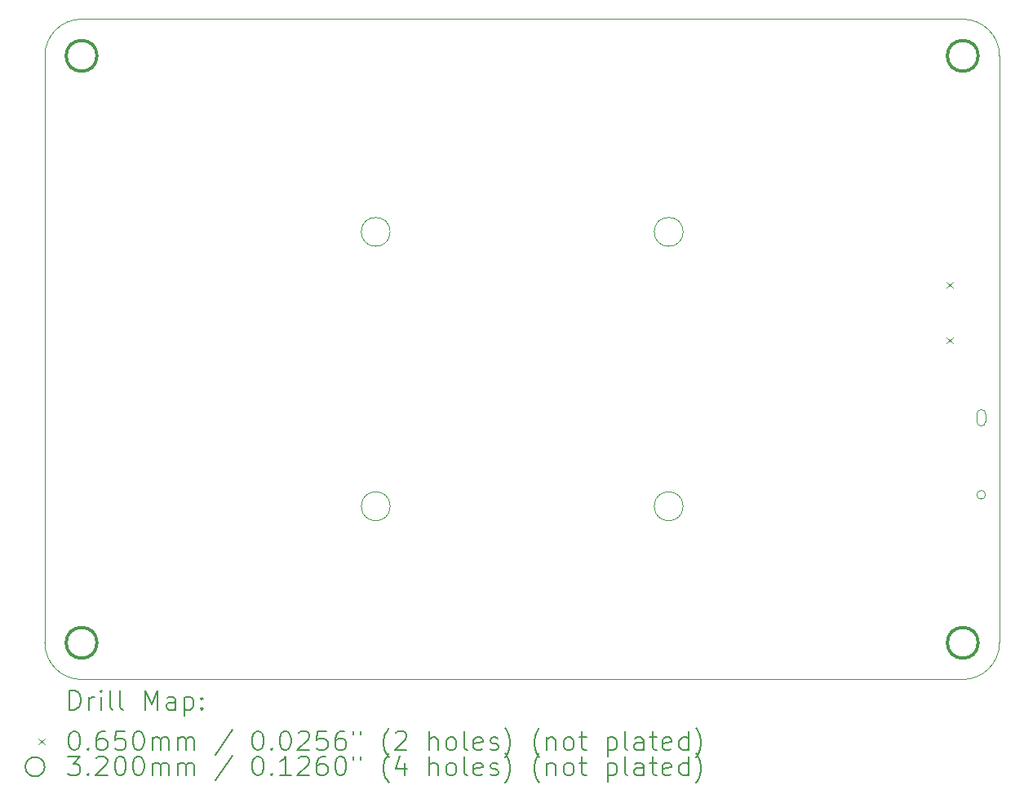
<source format=gbr>
%TF.GenerationSoftware,KiCad,Pcbnew,8.0.0*%
%TF.CreationDate,2024-07-21T16:15:32-03:00*%
%TF.ProjectId,STM32XP,53544d33-3258-4502-9e6b-696361645f70,00*%
%TF.SameCoordinates,Original*%
%TF.FileFunction,Drillmap*%
%TF.FilePolarity,Positive*%
%FSLAX45Y45*%
G04 Gerber Fmt 4.5, Leading zero omitted, Abs format (unit mm)*
G04 Created by KiCad (PCBNEW 8.0.0) date 2024-07-21 16:15:32*
%MOMM*%
%LPD*%
G01*
G04 APERTURE LIST*
%ADD10C,0.050000*%
%ADD11C,0.200000*%
%ADD12C,0.100000*%
%ADD13C,0.320000*%
G04 APERTURE END LIST*
D10*
X10428000Y-13429000D02*
X19572000Y-13429000D01*
X10047000Y-6952000D02*
G75*
G02*
X10428000Y-6571000I381000J0D01*
G01*
X10047000Y-6952000D02*
X10047000Y-13048000D01*
X10428000Y-13429000D02*
G75*
G02*
X10047000Y-13048000I0J381000D01*
G01*
X10428000Y-6571000D02*
X19572000Y-6571000D01*
X19953000Y-13048000D02*
G75*
G02*
X19572000Y-13429000I-381000J0D01*
G01*
X19572000Y-6571000D02*
G75*
G02*
X19953000Y-6952000I0J-381000D01*
G01*
X19953000Y-13048000D02*
X19953000Y-6952000D01*
X19718800Y-10751000D02*
X19718800Y-10671000D01*
X19808800Y-10671000D02*
X19808800Y-10751000D01*
X19718800Y-10671000D02*
G75*
G02*
X19808800Y-10671000I45000J0D01*
G01*
X19808800Y-10751000D02*
G75*
G02*
X19718800Y-10751000I-45000J0D01*
G01*
X19808800Y-11511000D02*
G75*
G02*
X19718800Y-11511000I-45000J0D01*
G01*
X19718800Y-11511000D02*
G75*
G02*
X19808800Y-11511000I45000J0D01*
G01*
X16670000Y-11630000D02*
G75*
G02*
X16370000Y-11630000I-150000J0D01*
G01*
X16370000Y-11630000D02*
G75*
G02*
X16670000Y-11630000I150000J0D01*
G01*
X16670000Y-8780000D02*
G75*
G02*
X16370000Y-8780000I-150000J0D01*
G01*
X16370000Y-8780000D02*
G75*
G02*
X16670000Y-8780000I150000J0D01*
G01*
X13630000Y-11630000D02*
G75*
G02*
X13330000Y-11630000I-150000J0D01*
G01*
X13330000Y-11630000D02*
G75*
G02*
X13630000Y-11630000I150000J0D01*
G01*
X13630000Y-8780000D02*
G75*
G02*
X13330000Y-8780000I-150000J0D01*
G01*
X13330000Y-8780000D02*
G75*
G02*
X13630000Y-8780000I150000J0D01*
G01*
D11*
D12*
X19406000Y-9297500D02*
X19471000Y-9362500D01*
X19471000Y-9297500D02*
X19406000Y-9362500D01*
X19406000Y-9875500D02*
X19471000Y-9940500D01*
X19471000Y-9875500D02*
X19406000Y-9940500D01*
D13*
X10588000Y-6952000D02*
G75*
G02*
X10268000Y-6952000I-160000J0D01*
G01*
X10268000Y-6952000D02*
G75*
G02*
X10588000Y-6952000I160000J0D01*
G01*
X10588000Y-13048000D02*
G75*
G02*
X10268000Y-13048000I-160000J0D01*
G01*
X10268000Y-13048000D02*
G75*
G02*
X10588000Y-13048000I160000J0D01*
G01*
X19732000Y-6952000D02*
G75*
G02*
X19412000Y-6952000I-160000J0D01*
G01*
X19412000Y-6952000D02*
G75*
G02*
X19732000Y-6952000I160000J0D01*
G01*
X19732000Y-13048000D02*
G75*
G02*
X19412000Y-13048000I-160000J0D01*
G01*
X19412000Y-13048000D02*
G75*
G02*
X19732000Y-13048000I160000J0D01*
G01*
D11*
X10305277Y-13742984D02*
X10305277Y-13542984D01*
X10305277Y-13542984D02*
X10352896Y-13542984D01*
X10352896Y-13542984D02*
X10381467Y-13552508D01*
X10381467Y-13552508D02*
X10400515Y-13571555D01*
X10400515Y-13571555D02*
X10410039Y-13590603D01*
X10410039Y-13590603D02*
X10419563Y-13628698D01*
X10419563Y-13628698D02*
X10419563Y-13657269D01*
X10419563Y-13657269D02*
X10410039Y-13695365D01*
X10410039Y-13695365D02*
X10400515Y-13714412D01*
X10400515Y-13714412D02*
X10381467Y-13733460D01*
X10381467Y-13733460D02*
X10352896Y-13742984D01*
X10352896Y-13742984D02*
X10305277Y-13742984D01*
X10505277Y-13742984D02*
X10505277Y-13609650D01*
X10505277Y-13647746D02*
X10514801Y-13628698D01*
X10514801Y-13628698D02*
X10524324Y-13619174D01*
X10524324Y-13619174D02*
X10543372Y-13609650D01*
X10543372Y-13609650D02*
X10562420Y-13609650D01*
X10629086Y-13742984D02*
X10629086Y-13609650D01*
X10629086Y-13542984D02*
X10619563Y-13552508D01*
X10619563Y-13552508D02*
X10629086Y-13562031D01*
X10629086Y-13562031D02*
X10638610Y-13552508D01*
X10638610Y-13552508D02*
X10629086Y-13542984D01*
X10629086Y-13542984D02*
X10629086Y-13562031D01*
X10752896Y-13742984D02*
X10733848Y-13733460D01*
X10733848Y-13733460D02*
X10724324Y-13714412D01*
X10724324Y-13714412D02*
X10724324Y-13542984D01*
X10857658Y-13742984D02*
X10838610Y-13733460D01*
X10838610Y-13733460D02*
X10829086Y-13714412D01*
X10829086Y-13714412D02*
X10829086Y-13542984D01*
X11086229Y-13742984D02*
X11086229Y-13542984D01*
X11086229Y-13542984D02*
X11152896Y-13685841D01*
X11152896Y-13685841D02*
X11219562Y-13542984D01*
X11219562Y-13542984D02*
X11219562Y-13742984D01*
X11400515Y-13742984D02*
X11400515Y-13638222D01*
X11400515Y-13638222D02*
X11390991Y-13619174D01*
X11390991Y-13619174D02*
X11371943Y-13609650D01*
X11371943Y-13609650D02*
X11333848Y-13609650D01*
X11333848Y-13609650D02*
X11314801Y-13619174D01*
X11400515Y-13733460D02*
X11381467Y-13742984D01*
X11381467Y-13742984D02*
X11333848Y-13742984D01*
X11333848Y-13742984D02*
X11314801Y-13733460D01*
X11314801Y-13733460D02*
X11305277Y-13714412D01*
X11305277Y-13714412D02*
X11305277Y-13695365D01*
X11305277Y-13695365D02*
X11314801Y-13676317D01*
X11314801Y-13676317D02*
X11333848Y-13666793D01*
X11333848Y-13666793D02*
X11381467Y-13666793D01*
X11381467Y-13666793D02*
X11400515Y-13657269D01*
X11495753Y-13609650D02*
X11495753Y-13809650D01*
X11495753Y-13619174D02*
X11514801Y-13609650D01*
X11514801Y-13609650D02*
X11552896Y-13609650D01*
X11552896Y-13609650D02*
X11571943Y-13619174D01*
X11571943Y-13619174D02*
X11581467Y-13628698D01*
X11581467Y-13628698D02*
X11590991Y-13647746D01*
X11590991Y-13647746D02*
X11590991Y-13704888D01*
X11590991Y-13704888D02*
X11581467Y-13723936D01*
X11581467Y-13723936D02*
X11571943Y-13733460D01*
X11571943Y-13733460D02*
X11552896Y-13742984D01*
X11552896Y-13742984D02*
X11514801Y-13742984D01*
X11514801Y-13742984D02*
X11495753Y-13733460D01*
X11676705Y-13723936D02*
X11686229Y-13733460D01*
X11686229Y-13733460D02*
X11676705Y-13742984D01*
X11676705Y-13742984D02*
X11667182Y-13733460D01*
X11667182Y-13733460D02*
X11676705Y-13723936D01*
X11676705Y-13723936D02*
X11676705Y-13742984D01*
X11676705Y-13619174D02*
X11686229Y-13628698D01*
X11686229Y-13628698D02*
X11676705Y-13638222D01*
X11676705Y-13638222D02*
X11667182Y-13628698D01*
X11667182Y-13628698D02*
X11676705Y-13619174D01*
X11676705Y-13619174D02*
X11676705Y-13638222D01*
D12*
X9979500Y-14039000D02*
X10044500Y-14104000D01*
X10044500Y-14039000D02*
X9979500Y-14104000D01*
D11*
X10343372Y-13962984D02*
X10362420Y-13962984D01*
X10362420Y-13962984D02*
X10381467Y-13972508D01*
X10381467Y-13972508D02*
X10390991Y-13982031D01*
X10390991Y-13982031D02*
X10400515Y-14001079D01*
X10400515Y-14001079D02*
X10410039Y-14039174D01*
X10410039Y-14039174D02*
X10410039Y-14086793D01*
X10410039Y-14086793D02*
X10400515Y-14124888D01*
X10400515Y-14124888D02*
X10390991Y-14143936D01*
X10390991Y-14143936D02*
X10381467Y-14153460D01*
X10381467Y-14153460D02*
X10362420Y-14162984D01*
X10362420Y-14162984D02*
X10343372Y-14162984D01*
X10343372Y-14162984D02*
X10324324Y-14153460D01*
X10324324Y-14153460D02*
X10314801Y-14143936D01*
X10314801Y-14143936D02*
X10305277Y-14124888D01*
X10305277Y-14124888D02*
X10295753Y-14086793D01*
X10295753Y-14086793D02*
X10295753Y-14039174D01*
X10295753Y-14039174D02*
X10305277Y-14001079D01*
X10305277Y-14001079D02*
X10314801Y-13982031D01*
X10314801Y-13982031D02*
X10324324Y-13972508D01*
X10324324Y-13972508D02*
X10343372Y-13962984D01*
X10495753Y-14143936D02*
X10505277Y-14153460D01*
X10505277Y-14153460D02*
X10495753Y-14162984D01*
X10495753Y-14162984D02*
X10486229Y-14153460D01*
X10486229Y-14153460D02*
X10495753Y-14143936D01*
X10495753Y-14143936D02*
X10495753Y-14162984D01*
X10676705Y-13962984D02*
X10638610Y-13962984D01*
X10638610Y-13962984D02*
X10619563Y-13972508D01*
X10619563Y-13972508D02*
X10610039Y-13982031D01*
X10610039Y-13982031D02*
X10590991Y-14010603D01*
X10590991Y-14010603D02*
X10581467Y-14048698D01*
X10581467Y-14048698D02*
X10581467Y-14124888D01*
X10581467Y-14124888D02*
X10590991Y-14143936D01*
X10590991Y-14143936D02*
X10600515Y-14153460D01*
X10600515Y-14153460D02*
X10619563Y-14162984D01*
X10619563Y-14162984D02*
X10657658Y-14162984D01*
X10657658Y-14162984D02*
X10676705Y-14153460D01*
X10676705Y-14153460D02*
X10686229Y-14143936D01*
X10686229Y-14143936D02*
X10695753Y-14124888D01*
X10695753Y-14124888D02*
X10695753Y-14077269D01*
X10695753Y-14077269D02*
X10686229Y-14058222D01*
X10686229Y-14058222D02*
X10676705Y-14048698D01*
X10676705Y-14048698D02*
X10657658Y-14039174D01*
X10657658Y-14039174D02*
X10619563Y-14039174D01*
X10619563Y-14039174D02*
X10600515Y-14048698D01*
X10600515Y-14048698D02*
X10590991Y-14058222D01*
X10590991Y-14058222D02*
X10581467Y-14077269D01*
X10876705Y-13962984D02*
X10781467Y-13962984D01*
X10781467Y-13962984D02*
X10771944Y-14058222D01*
X10771944Y-14058222D02*
X10781467Y-14048698D01*
X10781467Y-14048698D02*
X10800515Y-14039174D01*
X10800515Y-14039174D02*
X10848134Y-14039174D01*
X10848134Y-14039174D02*
X10867182Y-14048698D01*
X10867182Y-14048698D02*
X10876705Y-14058222D01*
X10876705Y-14058222D02*
X10886229Y-14077269D01*
X10886229Y-14077269D02*
X10886229Y-14124888D01*
X10886229Y-14124888D02*
X10876705Y-14143936D01*
X10876705Y-14143936D02*
X10867182Y-14153460D01*
X10867182Y-14153460D02*
X10848134Y-14162984D01*
X10848134Y-14162984D02*
X10800515Y-14162984D01*
X10800515Y-14162984D02*
X10781467Y-14153460D01*
X10781467Y-14153460D02*
X10771944Y-14143936D01*
X11010039Y-13962984D02*
X11029086Y-13962984D01*
X11029086Y-13962984D02*
X11048134Y-13972508D01*
X11048134Y-13972508D02*
X11057658Y-13982031D01*
X11057658Y-13982031D02*
X11067182Y-14001079D01*
X11067182Y-14001079D02*
X11076705Y-14039174D01*
X11076705Y-14039174D02*
X11076705Y-14086793D01*
X11076705Y-14086793D02*
X11067182Y-14124888D01*
X11067182Y-14124888D02*
X11057658Y-14143936D01*
X11057658Y-14143936D02*
X11048134Y-14153460D01*
X11048134Y-14153460D02*
X11029086Y-14162984D01*
X11029086Y-14162984D02*
X11010039Y-14162984D01*
X11010039Y-14162984D02*
X10990991Y-14153460D01*
X10990991Y-14153460D02*
X10981467Y-14143936D01*
X10981467Y-14143936D02*
X10971944Y-14124888D01*
X10971944Y-14124888D02*
X10962420Y-14086793D01*
X10962420Y-14086793D02*
X10962420Y-14039174D01*
X10962420Y-14039174D02*
X10971944Y-14001079D01*
X10971944Y-14001079D02*
X10981467Y-13982031D01*
X10981467Y-13982031D02*
X10990991Y-13972508D01*
X10990991Y-13972508D02*
X11010039Y-13962984D01*
X11162420Y-14162984D02*
X11162420Y-14029650D01*
X11162420Y-14048698D02*
X11171944Y-14039174D01*
X11171944Y-14039174D02*
X11190991Y-14029650D01*
X11190991Y-14029650D02*
X11219563Y-14029650D01*
X11219563Y-14029650D02*
X11238610Y-14039174D01*
X11238610Y-14039174D02*
X11248134Y-14058222D01*
X11248134Y-14058222D02*
X11248134Y-14162984D01*
X11248134Y-14058222D02*
X11257658Y-14039174D01*
X11257658Y-14039174D02*
X11276705Y-14029650D01*
X11276705Y-14029650D02*
X11305277Y-14029650D01*
X11305277Y-14029650D02*
X11324324Y-14039174D01*
X11324324Y-14039174D02*
X11333848Y-14058222D01*
X11333848Y-14058222D02*
X11333848Y-14162984D01*
X11429086Y-14162984D02*
X11429086Y-14029650D01*
X11429086Y-14048698D02*
X11438610Y-14039174D01*
X11438610Y-14039174D02*
X11457658Y-14029650D01*
X11457658Y-14029650D02*
X11486229Y-14029650D01*
X11486229Y-14029650D02*
X11505277Y-14039174D01*
X11505277Y-14039174D02*
X11514801Y-14058222D01*
X11514801Y-14058222D02*
X11514801Y-14162984D01*
X11514801Y-14058222D02*
X11524324Y-14039174D01*
X11524324Y-14039174D02*
X11543372Y-14029650D01*
X11543372Y-14029650D02*
X11571943Y-14029650D01*
X11571943Y-14029650D02*
X11590991Y-14039174D01*
X11590991Y-14039174D02*
X11600515Y-14058222D01*
X11600515Y-14058222D02*
X11600515Y-14162984D01*
X11990991Y-13953460D02*
X11819563Y-14210603D01*
X12248134Y-13962984D02*
X12267182Y-13962984D01*
X12267182Y-13962984D02*
X12286229Y-13972508D01*
X12286229Y-13972508D02*
X12295753Y-13982031D01*
X12295753Y-13982031D02*
X12305277Y-14001079D01*
X12305277Y-14001079D02*
X12314801Y-14039174D01*
X12314801Y-14039174D02*
X12314801Y-14086793D01*
X12314801Y-14086793D02*
X12305277Y-14124888D01*
X12305277Y-14124888D02*
X12295753Y-14143936D01*
X12295753Y-14143936D02*
X12286229Y-14153460D01*
X12286229Y-14153460D02*
X12267182Y-14162984D01*
X12267182Y-14162984D02*
X12248134Y-14162984D01*
X12248134Y-14162984D02*
X12229086Y-14153460D01*
X12229086Y-14153460D02*
X12219563Y-14143936D01*
X12219563Y-14143936D02*
X12210039Y-14124888D01*
X12210039Y-14124888D02*
X12200515Y-14086793D01*
X12200515Y-14086793D02*
X12200515Y-14039174D01*
X12200515Y-14039174D02*
X12210039Y-14001079D01*
X12210039Y-14001079D02*
X12219563Y-13982031D01*
X12219563Y-13982031D02*
X12229086Y-13972508D01*
X12229086Y-13972508D02*
X12248134Y-13962984D01*
X12400515Y-14143936D02*
X12410039Y-14153460D01*
X12410039Y-14153460D02*
X12400515Y-14162984D01*
X12400515Y-14162984D02*
X12390991Y-14153460D01*
X12390991Y-14153460D02*
X12400515Y-14143936D01*
X12400515Y-14143936D02*
X12400515Y-14162984D01*
X12533848Y-13962984D02*
X12552896Y-13962984D01*
X12552896Y-13962984D02*
X12571944Y-13972508D01*
X12571944Y-13972508D02*
X12581467Y-13982031D01*
X12581467Y-13982031D02*
X12590991Y-14001079D01*
X12590991Y-14001079D02*
X12600515Y-14039174D01*
X12600515Y-14039174D02*
X12600515Y-14086793D01*
X12600515Y-14086793D02*
X12590991Y-14124888D01*
X12590991Y-14124888D02*
X12581467Y-14143936D01*
X12581467Y-14143936D02*
X12571944Y-14153460D01*
X12571944Y-14153460D02*
X12552896Y-14162984D01*
X12552896Y-14162984D02*
X12533848Y-14162984D01*
X12533848Y-14162984D02*
X12514801Y-14153460D01*
X12514801Y-14153460D02*
X12505277Y-14143936D01*
X12505277Y-14143936D02*
X12495753Y-14124888D01*
X12495753Y-14124888D02*
X12486229Y-14086793D01*
X12486229Y-14086793D02*
X12486229Y-14039174D01*
X12486229Y-14039174D02*
X12495753Y-14001079D01*
X12495753Y-14001079D02*
X12505277Y-13982031D01*
X12505277Y-13982031D02*
X12514801Y-13972508D01*
X12514801Y-13972508D02*
X12533848Y-13962984D01*
X12676706Y-13982031D02*
X12686229Y-13972508D01*
X12686229Y-13972508D02*
X12705277Y-13962984D01*
X12705277Y-13962984D02*
X12752896Y-13962984D01*
X12752896Y-13962984D02*
X12771944Y-13972508D01*
X12771944Y-13972508D02*
X12781467Y-13982031D01*
X12781467Y-13982031D02*
X12790991Y-14001079D01*
X12790991Y-14001079D02*
X12790991Y-14020127D01*
X12790991Y-14020127D02*
X12781467Y-14048698D01*
X12781467Y-14048698D02*
X12667182Y-14162984D01*
X12667182Y-14162984D02*
X12790991Y-14162984D01*
X12971944Y-13962984D02*
X12876706Y-13962984D01*
X12876706Y-13962984D02*
X12867182Y-14058222D01*
X12867182Y-14058222D02*
X12876706Y-14048698D01*
X12876706Y-14048698D02*
X12895753Y-14039174D01*
X12895753Y-14039174D02*
X12943372Y-14039174D01*
X12943372Y-14039174D02*
X12962420Y-14048698D01*
X12962420Y-14048698D02*
X12971944Y-14058222D01*
X12971944Y-14058222D02*
X12981467Y-14077269D01*
X12981467Y-14077269D02*
X12981467Y-14124888D01*
X12981467Y-14124888D02*
X12971944Y-14143936D01*
X12971944Y-14143936D02*
X12962420Y-14153460D01*
X12962420Y-14153460D02*
X12943372Y-14162984D01*
X12943372Y-14162984D02*
X12895753Y-14162984D01*
X12895753Y-14162984D02*
X12876706Y-14153460D01*
X12876706Y-14153460D02*
X12867182Y-14143936D01*
X13152896Y-13962984D02*
X13114801Y-13962984D01*
X13114801Y-13962984D02*
X13095753Y-13972508D01*
X13095753Y-13972508D02*
X13086229Y-13982031D01*
X13086229Y-13982031D02*
X13067182Y-14010603D01*
X13067182Y-14010603D02*
X13057658Y-14048698D01*
X13057658Y-14048698D02*
X13057658Y-14124888D01*
X13057658Y-14124888D02*
X13067182Y-14143936D01*
X13067182Y-14143936D02*
X13076706Y-14153460D01*
X13076706Y-14153460D02*
X13095753Y-14162984D01*
X13095753Y-14162984D02*
X13133848Y-14162984D01*
X13133848Y-14162984D02*
X13152896Y-14153460D01*
X13152896Y-14153460D02*
X13162420Y-14143936D01*
X13162420Y-14143936D02*
X13171944Y-14124888D01*
X13171944Y-14124888D02*
X13171944Y-14077269D01*
X13171944Y-14077269D02*
X13162420Y-14058222D01*
X13162420Y-14058222D02*
X13152896Y-14048698D01*
X13152896Y-14048698D02*
X13133848Y-14039174D01*
X13133848Y-14039174D02*
X13095753Y-14039174D01*
X13095753Y-14039174D02*
X13076706Y-14048698D01*
X13076706Y-14048698D02*
X13067182Y-14058222D01*
X13067182Y-14058222D02*
X13057658Y-14077269D01*
X13248134Y-13962984D02*
X13248134Y-14001079D01*
X13324325Y-13962984D02*
X13324325Y-14001079D01*
X13619563Y-14239174D02*
X13610039Y-14229650D01*
X13610039Y-14229650D02*
X13590991Y-14201079D01*
X13590991Y-14201079D02*
X13581468Y-14182031D01*
X13581468Y-14182031D02*
X13571944Y-14153460D01*
X13571944Y-14153460D02*
X13562420Y-14105841D01*
X13562420Y-14105841D02*
X13562420Y-14067746D01*
X13562420Y-14067746D02*
X13571944Y-14020127D01*
X13571944Y-14020127D02*
X13581468Y-13991555D01*
X13581468Y-13991555D02*
X13590991Y-13972508D01*
X13590991Y-13972508D02*
X13610039Y-13943936D01*
X13610039Y-13943936D02*
X13619563Y-13934412D01*
X13686229Y-13982031D02*
X13695753Y-13972508D01*
X13695753Y-13972508D02*
X13714801Y-13962984D01*
X13714801Y-13962984D02*
X13762420Y-13962984D01*
X13762420Y-13962984D02*
X13781468Y-13972508D01*
X13781468Y-13972508D02*
X13790991Y-13982031D01*
X13790991Y-13982031D02*
X13800515Y-14001079D01*
X13800515Y-14001079D02*
X13800515Y-14020127D01*
X13800515Y-14020127D02*
X13790991Y-14048698D01*
X13790991Y-14048698D02*
X13676706Y-14162984D01*
X13676706Y-14162984D02*
X13800515Y-14162984D01*
X14038610Y-14162984D02*
X14038610Y-13962984D01*
X14124325Y-14162984D02*
X14124325Y-14058222D01*
X14124325Y-14058222D02*
X14114801Y-14039174D01*
X14114801Y-14039174D02*
X14095753Y-14029650D01*
X14095753Y-14029650D02*
X14067182Y-14029650D01*
X14067182Y-14029650D02*
X14048134Y-14039174D01*
X14048134Y-14039174D02*
X14038610Y-14048698D01*
X14248134Y-14162984D02*
X14229087Y-14153460D01*
X14229087Y-14153460D02*
X14219563Y-14143936D01*
X14219563Y-14143936D02*
X14210039Y-14124888D01*
X14210039Y-14124888D02*
X14210039Y-14067746D01*
X14210039Y-14067746D02*
X14219563Y-14048698D01*
X14219563Y-14048698D02*
X14229087Y-14039174D01*
X14229087Y-14039174D02*
X14248134Y-14029650D01*
X14248134Y-14029650D02*
X14276706Y-14029650D01*
X14276706Y-14029650D02*
X14295753Y-14039174D01*
X14295753Y-14039174D02*
X14305277Y-14048698D01*
X14305277Y-14048698D02*
X14314801Y-14067746D01*
X14314801Y-14067746D02*
X14314801Y-14124888D01*
X14314801Y-14124888D02*
X14305277Y-14143936D01*
X14305277Y-14143936D02*
X14295753Y-14153460D01*
X14295753Y-14153460D02*
X14276706Y-14162984D01*
X14276706Y-14162984D02*
X14248134Y-14162984D01*
X14429087Y-14162984D02*
X14410039Y-14153460D01*
X14410039Y-14153460D02*
X14400515Y-14134412D01*
X14400515Y-14134412D02*
X14400515Y-13962984D01*
X14581468Y-14153460D02*
X14562420Y-14162984D01*
X14562420Y-14162984D02*
X14524325Y-14162984D01*
X14524325Y-14162984D02*
X14505277Y-14153460D01*
X14505277Y-14153460D02*
X14495753Y-14134412D01*
X14495753Y-14134412D02*
X14495753Y-14058222D01*
X14495753Y-14058222D02*
X14505277Y-14039174D01*
X14505277Y-14039174D02*
X14524325Y-14029650D01*
X14524325Y-14029650D02*
X14562420Y-14029650D01*
X14562420Y-14029650D02*
X14581468Y-14039174D01*
X14581468Y-14039174D02*
X14590991Y-14058222D01*
X14590991Y-14058222D02*
X14590991Y-14077269D01*
X14590991Y-14077269D02*
X14495753Y-14096317D01*
X14667182Y-14153460D02*
X14686230Y-14162984D01*
X14686230Y-14162984D02*
X14724325Y-14162984D01*
X14724325Y-14162984D02*
X14743372Y-14153460D01*
X14743372Y-14153460D02*
X14752896Y-14134412D01*
X14752896Y-14134412D02*
X14752896Y-14124888D01*
X14752896Y-14124888D02*
X14743372Y-14105841D01*
X14743372Y-14105841D02*
X14724325Y-14096317D01*
X14724325Y-14096317D02*
X14695753Y-14096317D01*
X14695753Y-14096317D02*
X14676706Y-14086793D01*
X14676706Y-14086793D02*
X14667182Y-14067746D01*
X14667182Y-14067746D02*
X14667182Y-14058222D01*
X14667182Y-14058222D02*
X14676706Y-14039174D01*
X14676706Y-14039174D02*
X14695753Y-14029650D01*
X14695753Y-14029650D02*
X14724325Y-14029650D01*
X14724325Y-14029650D02*
X14743372Y-14039174D01*
X14819563Y-14239174D02*
X14829087Y-14229650D01*
X14829087Y-14229650D02*
X14848134Y-14201079D01*
X14848134Y-14201079D02*
X14857658Y-14182031D01*
X14857658Y-14182031D02*
X14867182Y-14153460D01*
X14867182Y-14153460D02*
X14876706Y-14105841D01*
X14876706Y-14105841D02*
X14876706Y-14067746D01*
X14876706Y-14067746D02*
X14867182Y-14020127D01*
X14867182Y-14020127D02*
X14857658Y-13991555D01*
X14857658Y-13991555D02*
X14848134Y-13972508D01*
X14848134Y-13972508D02*
X14829087Y-13943936D01*
X14829087Y-13943936D02*
X14819563Y-13934412D01*
X15181468Y-14239174D02*
X15171944Y-14229650D01*
X15171944Y-14229650D02*
X15152896Y-14201079D01*
X15152896Y-14201079D02*
X15143372Y-14182031D01*
X15143372Y-14182031D02*
X15133849Y-14153460D01*
X15133849Y-14153460D02*
X15124325Y-14105841D01*
X15124325Y-14105841D02*
X15124325Y-14067746D01*
X15124325Y-14067746D02*
X15133849Y-14020127D01*
X15133849Y-14020127D02*
X15143372Y-13991555D01*
X15143372Y-13991555D02*
X15152896Y-13972508D01*
X15152896Y-13972508D02*
X15171944Y-13943936D01*
X15171944Y-13943936D02*
X15181468Y-13934412D01*
X15257658Y-14029650D02*
X15257658Y-14162984D01*
X15257658Y-14048698D02*
X15267182Y-14039174D01*
X15267182Y-14039174D02*
X15286230Y-14029650D01*
X15286230Y-14029650D02*
X15314801Y-14029650D01*
X15314801Y-14029650D02*
X15333849Y-14039174D01*
X15333849Y-14039174D02*
X15343372Y-14058222D01*
X15343372Y-14058222D02*
X15343372Y-14162984D01*
X15467182Y-14162984D02*
X15448134Y-14153460D01*
X15448134Y-14153460D02*
X15438611Y-14143936D01*
X15438611Y-14143936D02*
X15429087Y-14124888D01*
X15429087Y-14124888D02*
X15429087Y-14067746D01*
X15429087Y-14067746D02*
X15438611Y-14048698D01*
X15438611Y-14048698D02*
X15448134Y-14039174D01*
X15448134Y-14039174D02*
X15467182Y-14029650D01*
X15467182Y-14029650D02*
X15495753Y-14029650D01*
X15495753Y-14029650D02*
X15514801Y-14039174D01*
X15514801Y-14039174D02*
X15524325Y-14048698D01*
X15524325Y-14048698D02*
X15533849Y-14067746D01*
X15533849Y-14067746D02*
X15533849Y-14124888D01*
X15533849Y-14124888D02*
X15524325Y-14143936D01*
X15524325Y-14143936D02*
X15514801Y-14153460D01*
X15514801Y-14153460D02*
X15495753Y-14162984D01*
X15495753Y-14162984D02*
X15467182Y-14162984D01*
X15590992Y-14029650D02*
X15667182Y-14029650D01*
X15619563Y-13962984D02*
X15619563Y-14134412D01*
X15619563Y-14134412D02*
X15629087Y-14153460D01*
X15629087Y-14153460D02*
X15648134Y-14162984D01*
X15648134Y-14162984D02*
X15667182Y-14162984D01*
X15886230Y-14029650D02*
X15886230Y-14229650D01*
X15886230Y-14039174D02*
X15905277Y-14029650D01*
X15905277Y-14029650D02*
X15943373Y-14029650D01*
X15943373Y-14029650D02*
X15962420Y-14039174D01*
X15962420Y-14039174D02*
X15971944Y-14048698D01*
X15971944Y-14048698D02*
X15981468Y-14067746D01*
X15981468Y-14067746D02*
X15981468Y-14124888D01*
X15981468Y-14124888D02*
X15971944Y-14143936D01*
X15971944Y-14143936D02*
X15962420Y-14153460D01*
X15962420Y-14153460D02*
X15943373Y-14162984D01*
X15943373Y-14162984D02*
X15905277Y-14162984D01*
X15905277Y-14162984D02*
X15886230Y-14153460D01*
X16095753Y-14162984D02*
X16076706Y-14153460D01*
X16076706Y-14153460D02*
X16067182Y-14134412D01*
X16067182Y-14134412D02*
X16067182Y-13962984D01*
X16257658Y-14162984D02*
X16257658Y-14058222D01*
X16257658Y-14058222D02*
X16248134Y-14039174D01*
X16248134Y-14039174D02*
X16229087Y-14029650D01*
X16229087Y-14029650D02*
X16190992Y-14029650D01*
X16190992Y-14029650D02*
X16171944Y-14039174D01*
X16257658Y-14153460D02*
X16238611Y-14162984D01*
X16238611Y-14162984D02*
X16190992Y-14162984D01*
X16190992Y-14162984D02*
X16171944Y-14153460D01*
X16171944Y-14153460D02*
X16162420Y-14134412D01*
X16162420Y-14134412D02*
X16162420Y-14115365D01*
X16162420Y-14115365D02*
X16171944Y-14096317D01*
X16171944Y-14096317D02*
X16190992Y-14086793D01*
X16190992Y-14086793D02*
X16238611Y-14086793D01*
X16238611Y-14086793D02*
X16257658Y-14077269D01*
X16324325Y-14029650D02*
X16400515Y-14029650D01*
X16352896Y-13962984D02*
X16352896Y-14134412D01*
X16352896Y-14134412D02*
X16362420Y-14153460D01*
X16362420Y-14153460D02*
X16381468Y-14162984D01*
X16381468Y-14162984D02*
X16400515Y-14162984D01*
X16543373Y-14153460D02*
X16524325Y-14162984D01*
X16524325Y-14162984D02*
X16486230Y-14162984D01*
X16486230Y-14162984D02*
X16467182Y-14153460D01*
X16467182Y-14153460D02*
X16457658Y-14134412D01*
X16457658Y-14134412D02*
X16457658Y-14058222D01*
X16457658Y-14058222D02*
X16467182Y-14039174D01*
X16467182Y-14039174D02*
X16486230Y-14029650D01*
X16486230Y-14029650D02*
X16524325Y-14029650D01*
X16524325Y-14029650D02*
X16543373Y-14039174D01*
X16543373Y-14039174D02*
X16552896Y-14058222D01*
X16552896Y-14058222D02*
X16552896Y-14077269D01*
X16552896Y-14077269D02*
X16457658Y-14096317D01*
X16724325Y-14162984D02*
X16724325Y-13962984D01*
X16724325Y-14153460D02*
X16705277Y-14162984D01*
X16705277Y-14162984D02*
X16667182Y-14162984D01*
X16667182Y-14162984D02*
X16648134Y-14153460D01*
X16648134Y-14153460D02*
X16638611Y-14143936D01*
X16638611Y-14143936D02*
X16629087Y-14124888D01*
X16629087Y-14124888D02*
X16629087Y-14067746D01*
X16629087Y-14067746D02*
X16638611Y-14048698D01*
X16638611Y-14048698D02*
X16648134Y-14039174D01*
X16648134Y-14039174D02*
X16667182Y-14029650D01*
X16667182Y-14029650D02*
X16705277Y-14029650D01*
X16705277Y-14029650D02*
X16724325Y-14039174D01*
X16800516Y-14239174D02*
X16810039Y-14229650D01*
X16810039Y-14229650D02*
X16829087Y-14201079D01*
X16829087Y-14201079D02*
X16838611Y-14182031D01*
X16838611Y-14182031D02*
X16848135Y-14153460D01*
X16848135Y-14153460D02*
X16857658Y-14105841D01*
X16857658Y-14105841D02*
X16857658Y-14067746D01*
X16857658Y-14067746D02*
X16848135Y-14020127D01*
X16848135Y-14020127D02*
X16838611Y-13991555D01*
X16838611Y-13991555D02*
X16829087Y-13972508D01*
X16829087Y-13972508D02*
X16810039Y-13943936D01*
X16810039Y-13943936D02*
X16800516Y-13934412D01*
X10044500Y-14335500D02*
G75*
G02*
X9844500Y-14335500I-100000J0D01*
G01*
X9844500Y-14335500D02*
G75*
G02*
X10044500Y-14335500I100000J0D01*
G01*
X10286229Y-14226984D02*
X10410039Y-14226984D01*
X10410039Y-14226984D02*
X10343372Y-14303174D01*
X10343372Y-14303174D02*
X10371944Y-14303174D01*
X10371944Y-14303174D02*
X10390991Y-14312698D01*
X10390991Y-14312698D02*
X10400515Y-14322222D01*
X10400515Y-14322222D02*
X10410039Y-14341269D01*
X10410039Y-14341269D02*
X10410039Y-14388888D01*
X10410039Y-14388888D02*
X10400515Y-14407936D01*
X10400515Y-14407936D02*
X10390991Y-14417460D01*
X10390991Y-14417460D02*
X10371944Y-14426984D01*
X10371944Y-14426984D02*
X10314801Y-14426984D01*
X10314801Y-14426984D02*
X10295753Y-14417460D01*
X10295753Y-14417460D02*
X10286229Y-14407936D01*
X10495753Y-14407936D02*
X10505277Y-14417460D01*
X10505277Y-14417460D02*
X10495753Y-14426984D01*
X10495753Y-14426984D02*
X10486229Y-14417460D01*
X10486229Y-14417460D02*
X10495753Y-14407936D01*
X10495753Y-14407936D02*
X10495753Y-14426984D01*
X10581467Y-14246031D02*
X10590991Y-14236508D01*
X10590991Y-14236508D02*
X10610039Y-14226984D01*
X10610039Y-14226984D02*
X10657658Y-14226984D01*
X10657658Y-14226984D02*
X10676705Y-14236508D01*
X10676705Y-14236508D02*
X10686229Y-14246031D01*
X10686229Y-14246031D02*
X10695753Y-14265079D01*
X10695753Y-14265079D02*
X10695753Y-14284127D01*
X10695753Y-14284127D02*
X10686229Y-14312698D01*
X10686229Y-14312698D02*
X10571944Y-14426984D01*
X10571944Y-14426984D02*
X10695753Y-14426984D01*
X10819563Y-14226984D02*
X10838610Y-14226984D01*
X10838610Y-14226984D02*
X10857658Y-14236508D01*
X10857658Y-14236508D02*
X10867182Y-14246031D01*
X10867182Y-14246031D02*
X10876705Y-14265079D01*
X10876705Y-14265079D02*
X10886229Y-14303174D01*
X10886229Y-14303174D02*
X10886229Y-14350793D01*
X10886229Y-14350793D02*
X10876705Y-14388888D01*
X10876705Y-14388888D02*
X10867182Y-14407936D01*
X10867182Y-14407936D02*
X10857658Y-14417460D01*
X10857658Y-14417460D02*
X10838610Y-14426984D01*
X10838610Y-14426984D02*
X10819563Y-14426984D01*
X10819563Y-14426984D02*
X10800515Y-14417460D01*
X10800515Y-14417460D02*
X10790991Y-14407936D01*
X10790991Y-14407936D02*
X10781467Y-14388888D01*
X10781467Y-14388888D02*
X10771944Y-14350793D01*
X10771944Y-14350793D02*
X10771944Y-14303174D01*
X10771944Y-14303174D02*
X10781467Y-14265079D01*
X10781467Y-14265079D02*
X10790991Y-14246031D01*
X10790991Y-14246031D02*
X10800515Y-14236508D01*
X10800515Y-14236508D02*
X10819563Y-14226984D01*
X11010039Y-14226984D02*
X11029086Y-14226984D01*
X11029086Y-14226984D02*
X11048134Y-14236508D01*
X11048134Y-14236508D02*
X11057658Y-14246031D01*
X11057658Y-14246031D02*
X11067182Y-14265079D01*
X11067182Y-14265079D02*
X11076705Y-14303174D01*
X11076705Y-14303174D02*
X11076705Y-14350793D01*
X11076705Y-14350793D02*
X11067182Y-14388888D01*
X11067182Y-14388888D02*
X11057658Y-14407936D01*
X11057658Y-14407936D02*
X11048134Y-14417460D01*
X11048134Y-14417460D02*
X11029086Y-14426984D01*
X11029086Y-14426984D02*
X11010039Y-14426984D01*
X11010039Y-14426984D02*
X10990991Y-14417460D01*
X10990991Y-14417460D02*
X10981467Y-14407936D01*
X10981467Y-14407936D02*
X10971944Y-14388888D01*
X10971944Y-14388888D02*
X10962420Y-14350793D01*
X10962420Y-14350793D02*
X10962420Y-14303174D01*
X10962420Y-14303174D02*
X10971944Y-14265079D01*
X10971944Y-14265079D02*
X10981467Y-14246031D01*
X10981467Y-14246031D02*
X10990991Y-14236508D01*
X10990991Y-14236508D02*
X11010039Y-14226984D01*
X11162420Y-14426984D02*
X11162420Y-14293650D01*
X11162420Y-14312698D02*
X11171944Y-14303174D01*
X11171944Y-14303174D02*
X11190991Y-14293650D01*
X11190991Y-14293650D02*
X11219563Y-14293650D01*
X11219563Y-14293650D02*
X11238610Y-14303174D01*
X11238610Y-14303174D02*
X11248134Y-14322222D01*
X11248134Y-14322222D02*
X11248134Y-14426984D01*
X11248134Y-14322222D02*
X11257658Y-14303174D01*
X11257658Y-14303174D02*
X11276705Y-14293650D01*
X11276705Y-14293650D02*
X11305277Y-14293650D01*
X11305277Y-14293650D02*
X11324324Y-14303174D01*
X11324324Y-14303174D02*
X11333848Y-14322222D01*
X11333848Y-14322222D02*
X11333848Y-14426984D01*
X11429086Y-14426984D02*
X11429086Y-14293650D01*
X11429086Y-14312698D02*
X11438610Y-14303174D01*
X11438610Y-14303174D02*
X11457658Y-14293650D01*
X11457658Y-14293650D02*
X11486229Y-14293650D01*
X11486229Y-14293650D02*
X11505277Y-14303174D01*
X11505277Y-14303174D02*
X11514801Y-14322222D01*
X11514801Y-14322222D02*
X11514801Y-14426984D01*
X11514801Y-14322222D02*
X11524324Y-14303174D01*
X11524324Y-14303174D02*
X11543372Y-14293650D01*
X11543372Y-14293650D02*
X11571943Y-14293650D01*
X11571943Y-14293650D02*
X11590991Y-14303174D01*
X11590991Y-14303174D02*
X11600515Y-14322222D01*
X11600515Y-14322222D02*
X11600515Y-14426984D01*
X11990991Y-14217460D02*
X11819563Y-14474603D01*
X12248134Y-14226984D02*
X12267182Y-14226984D01*
X12267182Y-14226984D02*
X12286229Y-14236508D01*
X12286229Y-14236508D02*
X12295753Y-14246031D01*
X12295753Y-14246031D02*
X12305277Y-14265079D01*
X12305277Y-14265079D02*
X12314801Y-14303174D01*
X12314801Y-14303174D02*
X12314801Y-14350793D01*
X12314801Y-14350793D02*
X12305277Y-14388888D01*
X12305277Y-14388888D02*
X12295753Y-14407936D01*
X12295753Y-14407936D02*
X12286229Y-14417460D01*
X12286229Y-14417460D02*
X12267182Y-14426984D01*
X12267182Y-14426984D02*
X12248134Y-14426984D01*
X12248134Y-14426984D02*
X12229086Y-14417460D01*
X12229086Y-14417460D02*
X12219563Y-14407936D01*
X12219563Y-14407936D02*
X12210039Y-14388888D01*
X12210039Y-14388888D02*
X12200515Y-14350793D01*
X12200515Y-14350793D02*
X12200515Y-14303174D01*
X12200515Y-14303174D02*
X12210039Y-14265079D01*
X12210039Y-14265079D02*
X12219563Y-14246031D01*
X12219563Y-14246031D02*
X12229086Y-14236508D01*
X12229086Y-14236508D02*
X12248134Y-14226984D01*
X12400515Y-14407936D02*
X12410039Y-14417460D01*
X12410039Y-14417460D02*
X12400515Y-14426984D01*
X12400515Y-14426984D02*
X12390991Y-14417460D01*
X12390991Y-14417460D02*
X12400515Y-14407936D01*
X12400515Y-14407936D02*
X12400515Y-14426984D01*
X12600515Y-14426984D02*
X12486229Y-14426984D01*
X12543372Y-14426984D02*
X12543372Y-14226984D01*
X12543372Y-14226984D02*
X12524325Y-14255555D01*
X12524325Y-14255555D02*
X12505277Y-14274603D01*
X12505277Y-14274603D02*
X12486229Y-14284127D01*
X12676706Y-14246031D02*
X12686229Y-14236508D01*
X12686229Y-14236508D02*
X12705277Y-14226984D01*
X12705277Y-14226984D02*
X12752896Y-14226984D01*
X12752896Y-14226984D02*
X12771944Y-14236508D01*
X12771944Y-14236508D02*
X12781467Y-14246031D01*
X12781467Y-14246031D02*
X12790991Y-14265079D01*
X12790991Y-14265079D02*
X12790991Y-14284127D01*
X12790991Y-14284127D02*
X12781467Y-14312698D01*
X12781467Y-14312698D02*
X12667182Y-14426984D01*
X12667182Y-14426984D02*
X12790991Y-14426984D01*
X12962420Y-14226984D02*
X12924325Y-14226984D01*
X12924325Y-14226984D02*
X12905277Y-14236508D01*
X12905277Y-14236508D02*
X12895753Y-14246031D01*
X12895753Y-14246031D02*
X12876706Y-14274603D01*
X12876706Y-14274603D02*
X12867182Y-14312698D01*
X12867182Y-14312698D02*
X12867182Y-14388888D01*
X12867182Y-14388888D02*
X12876706Y-14407936D01*
X12876706Y-14407936D02*
X12886229Y-14417460D01*
X12886229Y-14417460D02*
X12905277Y-14426984D01*
X12905277Y-14426984D02*
X12943372Y-14426984D01*
X12943372Y-14426984D02*
X12962420Y-14417460D01*
X12962420Y-14417460D02*
X12971944Y-14407936D01*
X12971944Y-14407936D02*
X12981467Y-14388888D01*
X12981467Y-14388888D02*
X12981467Y-14341269D01*
X12981467Y-14341269D02*
X12971944Y-14322222D01*
X12971944Y-14322222D02*
X12962420Y-14312698D01*
X12962420Y-14312698D02*
X12943372Y-14303174D01*
X12943372Y-14303174D02*
X12905277Y-14303174D01*
X12905277Y-14303174D02*
X12886229Y-14312698D01*
X12886229Y-14312698D02*
X12876706Y-14322222D01*
X12876706Y-14322222D02*
X12867182Y-14341269D01*
X13105277Y-14226984D02*
X13124325Y-14226984D01*
X13124325Y-14226984D02*
X13143372Y-14236508D01*
X13143372Y-14236508D02*
X13152896Y-14246031D01*
X13152896Y-14246031D02*
X13162420Y-14265079D01*
X13162420Y-14265079D02*
X13171944Y-14303174D01*
X13171944Y-14303174D02*
X13171944Y-14350793D01*
X13171944Y-14350793D02*
X13162420Y-14388888D01*
X13162420Y-14388888D02*
X13152896Y-14407936D01*
X13152896Y-14407936D02*
X13143372Y-14417460D01*
X13143372Y-14417460D02*
X13124325Y-14426984D01*
X13124325Y-14426984D02*
X13105277Y-14426984D01*
X13105277Y-14426984D02*
X13086229Y-14417460D01*
X13086229Y-14417460D02*
X13076706Y-14407936D01*
X13076706Y-14407936D02*
X13067182Y-14388888D01*
X13067182Y-14388888D02*
X13057658Y-14350793D01*
X13057658Y-14350793D02*
X13057658Y-14303174D01*
X13057658Y-14303174D02*
X13067182Y-14265079D01*
X13067182Y-14265079D02*
X13076706Y-14246031D01*
X13076706Y-14246031D02*
X13086229Y-14236508D01*
X13086229Y-14236508D02*
X13105277Y-14226984D01*
X13248134Y-14226984D02*
X13248134Y-14265079D01*
X13324325Y-14226984D02*
X13324325Y-14265079D01*
X13619563Y-14503174D02*
X13610039Y-14493650D01*
X13610039Y-14493650D02*
X13590991Y-14465079D01*
X13590991Y-14465079D02*
X13581468Y-14446031D01*
X13581468Y-14446031D02*
X13571944Y-14417460D01*
X13571944Y-14417460D02*
X13562420Y-14369841D01*
X13562420Y-14369841D02*
X13562420Y-14331746D01*
X13562420Y-14331746D02*
X13571944Y-14284127D01*
X13571944Y-14284127D02*
X13581468Y-14255555D01*
X13581468Y-14255555D02*
X13590991Y-14236508D01*
X13590991Y-14236508D02*
X13610039Y-14207936D01*
X13610039Y-14207936D02*
X13619563Y-14198412D01*
X13781468Y-14293650D02*
X13781468Y-14426984D01*
X13733848Y-14217460D02*
X13686229Y-14360317D01*
X13686229Y-14360317D02*
X13810039Y-14360317D01*
X14038610Y-14426984D02*
X14038610Y-14226984D01*
X14124325Y-14426984D02*
X14124325Y-14322222D01*
X14124325Y-14322222D02*
X14114801Y-14303174D01*
X14114801Y-14303174D02*
X14095753Y-14293650D01*
X14095753Y-14293650D02*
X14067182Y-14293650D01*
X14067182Y-14293650D02*
X14048134Y-14303174D01*
X14048134Y-14303174D02*
X14038610Y-14312698D01*
X14248134Y-14426984D02*
X14229087Y-14417460D01*
X14229087Y-14417460D02*
X14219563Y-14407936D01*
X14219563Y-14407936D02*
X14210039Y-14388888D01*
X14210039Y-14388888D02*
X14210039Y-14331746D01*
X14210039Y-14331746D02*
X14219563Y-14312698D01*
X14219563Y-14312698D02*
X14229087Y-14303174D01*
X14229087Y-14303174D02*
X14248134Y-14293650D01*
X14248134Y-14293650D02*
X14276706Y-14293650D01*
X14276706Y-14293650D02*
X14295753Y-14303174D01*
X14295753Y-14303174D02*
X14305277Y-14312698D01*
X14305277Y-14312698D02*
X14314801Y-14331746D01*
X14314801Y-14331746D02*
X14314801Y-14388888D01*
X14314801Y-14388888D02*
X14305277Y-14407936D01*
X14305277Y-14407936D02*
X14295753Y-14417460D01*
X14295753Y-14417460D02*
X14276706Y-14426984D01*
X14276706Y-14426984D02*
X14248134Y-14426984D01*
X14429087Y-14426984D02*
X14410039Y-14417460D01*
X14410039Y-14417460D02*
X14400515Y-14398412D01*
X14400515Y-14398412D02*
X14400515Y-14226984D01*
X14581468Y-14417460D02*
X14562420Y-14426984D01*
X14562420Y-14426984D02*
X14524325Y-14426984D01*
X14524325Y-14426984D02*
X14505277Y-14417460D01*
X14505277Y-14417460D02*
X14495753Y-14398412D01*
X14495753Y-14398412D02*
X14495753Y-14322222D01*
X14495753Y-14322222D02*
X14505277Y-14303174D01*
X14505277Y-14303174D02*
X14524325Y-14293650D01*
X14524325Y-14293650D02*
X14562420Y-14293650D01*
X14562420Y-14293650D02*
X14581468Y-14303174D01*
X14581468Y-14303174D02*
X14590991Y-14322222D01*
X14590991Y-14322222D02*
X14590991Y-14341269D01*
X14590991Y-14341269D02*
X14495753Y-14360317D01*
X14667182Y-14417460D02*
X14686230Y-14426984D01*
X14686230Y-14426984D02*
X14724325Y-14426984D01*
X14724325Y-14426984D02*
X14743372Y-14417460D01*
X14743372Y-14417460D02*
X14752896Y-14398412D01*
X14752896Y-14398412D02*
X14752896Y-14388888D01*
X14752896Y-14388888D02*
X14743372Y-14369841D01*
X14743372Y-14369841D02*
X14724325Y-14360317D01*
X14724325Y-14360317D02*
X14695753Y-14360317D01*
X14695753Y-14360317D02*
X14676706Y-14350793D01*
X14676706Y-14350793D02*
X14667182Y-14331746D01*
X14667182Y-14331746D02*
X14667182Y-14322222D01*
X14667182Y-14322222D02*
X14676706Y-14303174D01*
X14676706Y-14303174D02*
X14695753Y-14293650D01*
X14695753Y-14293650D02*
X14724325Y-14293650D01*
X14724325Y-14293650D02*
X14743372Y-14303174D01*
X14819563Y-14503174D02*
X14829087Y-14493650D01*
X14829087Y-14493650D02*
X14848134Y-14465079D01*
X14848134Y-14465079D02*
X14857658Y-14446031D01*
X14857658Y-14446031D02*
X14867182Y-14417460D01*
X14867182Y-14417460D02*
X14876706Y-14369841D01*
X14876706Y-14369841D02*
X14876706Y-14331746D01*
X14876706Y-14331746D02*
X14867182Y-14284127D01*
X14867182Y-14284127D02*
X14857658Y-14255555D01*
X14857658Y-14255555D02*
X14848134Y-14236508D01*
X14848134Y-14236508D02*
X14829087Y-14207936D01*
X14829087Y-14207936D02*
X14819563Y-14198412D01*
X15181468Y-14503174D02*
X15171944Y-14493650D01*
X15171944Y-14493650D02*
X15152896Y-14465079D01*
X15152896Y-14465079D02*
X15143372Y-14446031D01*
X15143372Y-14446031D02*
X15133849Y-14417460D01*
X15133849Y-14417460D02*
X15124325Y-14369841D01*
X15124325Y-14369841D02*
X15124325Y-14331746D01*
X15124325Y-14331746D02*
X15133849Y-14284127D01*
X15133849Y-14284127D02*
X15143372Y-14255555D01*
X15143372Y-14255555D02*
X15152896Y-14236508D01*
X15152896Y-14236508D02*
X15171944Y-14207936D01*
X15171944Y-14207936D02*
X15181468Y-14198412D01*
X15257658Y-14293650D02*
X15257658Y-14426984D01*
X15257658Y-14312698D02*
X15267182Y-14303174D01*
X15267182Y-14303174D02*
X15286230Y-14293650D01*
X15286230Y-14293650D02*
X15314801Y-14293650D01*
X15314801Y-14293650D02*
X15333849Y-14303174D01*
X15333849Y-14303174D02*
X15343372Y-14322222D01*
X15343372Y-14322222D02*
X15343372Y-14426984D01*
X15467182Y-14426984D02*
X15448134Y-14417460D01*
X15448134Y-14417460D02*
X15438611Y-14407936D01*
X15438611Y-14407936D02*
X15429087Y-14388888D01*
X15429087Y-14388888D02*
X15429087Y-14331746D01*
X15429087Y-14331746D02*
X15438611Y-14312698D01*
X15438611Y-14312698D02*
X15448134Y-14303174D01*
X15448134Y-14303174D02*
X15467182Y-14293650D01*
X15467182Y-14293650D02*
X15495753Y-14293650D01*
X15495753Y-14293650D02*
X15514801Y-14303174D01*
X15514801Y-14303174D02*
X15524325Y-14312698D01*
X15524325Y-14312698D02*
X15533849Y-14331746D01*
X15533849Y-14331746D02*
X15533849Y-14388888D01*
X15533849Y-14388888D02*
X15524325Y-14407936D01*
X15524325Y-14407936D02*
X15514801Y-14417460D01*
X15514801Y-14417460D02*
X15495753Y-14426984D01*
X15495753Y-14426984D02*
X15467182Y-14426984D01*
X15590992Y-14293650D02*
X15667182Y-14293650D01*
X15619563Y-14226984D02*
X15619563Y-14398412D01*
X15619563Y-14398412D02*
X15629087Y-14417460D01*
X15629087Y-14417460D02*
X15648134Y-14426984D01*
X15648134Y-14426984D02*
X15667182Y-14426984D01*
X15886230Y-14293650D02*
X15886230Y-14493650D01*
X15886230Y-14303174D02*
X15905277Y-14293650D01*
X15905277Y-14293650D02*
X15943373Y-14293650D01*
X15943373Y-14293650D02*
X15962420Y-14303174D01*
X15962420Y-14303174D02*
X15971944Y-14312698D01*
X15971944Y-14312698D02*
X15981468Y-14331746D01*
X15981468Y-14331746D02*
X15981468Y-14388888D01*
X15981468Y-14388888D02*
X15971944Y-14407936D01*
X15971944Y-14407936D02*
X15962420Y-14417460D01*
X15962420Y-14417460D02*
X15943373Y-14426984D01*
X15943373Y-14426984D02*
X15905277Y-14426984D01*
X15905277Y-14426984D02*
X15886230Y-14417460D01*
X16095753Y-14426984D02*
X16076706Y-14417460D01*
X16076706Y-14417460D02*
X16067182Y-14398412D01*
X16067182Y-14398412D02*
X16067182Y-14226984D01*
X16257658Y-14426984D02*
X16257658Y-14322222D01*
X16257658Y-14322222D02*
X16248134Y-14303174D01*
X16248134Y-14303174D02*
X16229087Y-14293650D01*
X16229087Y-14293650D02*
X16190992Y-14293650D01*
X16190992Y-14293650D02*
X16171944Y-14303174D01*
X16257658Y-14417460D02*
X16238611Y-14426984D01*
X16238611Y-14426984D02*
X16190992Y-14426984D01*
X16190992Y-14426984D02*
X16171944Y-14417460D01*
X16171944Y-14417460D02*
X16162420Y-14398412D01*
X16162420Y-14398412D02*
X16162420Y-14379365D01*
X16162420Y-14379365D02*
X16171944Y-14360317D01*
X16171944Y-14360317D02*
X16190992Y-14350793D01*
X16190992Y-14350793D02*
X16238611Y-14350793D01*
X16238611Y-14350793D02*
X16257658Y-14341269D01*
X16324325Y-14293650D02*
X16400515Y-14293650D01*
X16352896Y-14226984D02*
X16352896Y-14398412D01*
X16352896Y-14398412D02*
X16362420Y-14417460D01*
X16362420Y-14417460D02*
X16381468Y-14426984D01*
X16381468Y-14426984D02*
X16400515Y-14426984D01*
X16543373Y-14417460D02*
X16524325Y-14426984D01*
X16524325Y-14426984D02*
X16486230Y-14426984D01*
X16486230Y-14426984D02*
X16467182Y-14417460D01*
X16467182Y-14417460D02*
X16457658Y-14398412D01*
X16457658Y-14398412D02*
X16457658Y-14322222D01*
X16457658Y-14322222D02*
X16467182Y-14303174D01*
X16467182Y-14303174D02*
X16486230Y-14293650D01*
X16486230Y-14293650D02*
X16524325Y-14293650D01*
X16524325Y-14293650D02*
X16543373Y-14303174D01*
X16543373Y-14303174D02*
X16552896Y-14322222D01*
X16552896Y-14322222D02*
X16552896Y-14341269D01*
X16552896Y-14341269D02*
X16457658Y-14360317D01*
X16724325Y-14426984D02*
X16724325Y-14226984D01*
X16724325Y-14417460D02*
X16705277Y-14426984D01*
X16705277Y-14426984D02*
X16667182Y-14426984D01*
X16667182Y-14426984D02*
X16648134Y-14417460D01*
X16648134Y-14417460D02*
X16638611Y-14407936D01*
X16638611Y-14407936D02*
X16629087Y-14388888D01*
X16629087Y-14388888D02*
X16629087Y-14331746D01*
X16629087Y-14331746D02*
X16638611Y-14312698D01*
X16638611Y-14312698D02*
X16648134Y-14303174D01*
X16648134Y-14303174D02*
X16667182Y-14293650D01*
X16667182Y-14293650D02*
X16705277Y-14293650D01*
X16705277Y-14293650D02*
X16724325Y-14303174D01*
X16800516Y-14503174D02*
X16810039Y-14493650D01*
X16810039Y-14493650D02*
X16829087Y-14465079D01*
X16829087Y-14465079D02*
X16838611Y-14446031D01*
X16838611Y-14446031D02*
X16848135Y-14417460D01*
X16848135Y-14417460D02*
X16857658Y-14369841D01*
X16857658Y-14369841D02*
X16857658Y-14331746D01*
X16857658Y-14331746D02*
X16848135Y-14284127D01*
X16848135Y-14284127D02*
X16838611Y-14255555D01*
X16838611Y-14255555D02*
X16829087Y-14236508D01*
X16829087Y-14236508D02*
X16810039Y-14207936D01*
X16810039Y-14207936D02*
X16800516Y-14198412D01*
M02*

</source>
